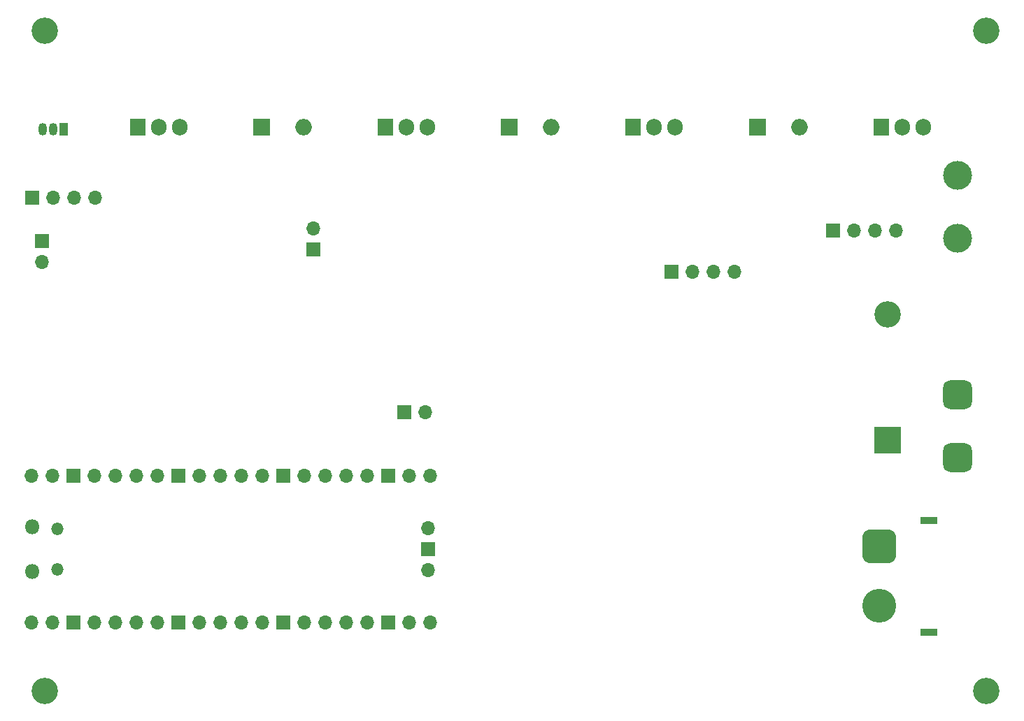
<source format=gbs>
%TF.GenerationSoftware,KiCad,Pcbnew,7.0.1*%
%TF.CreationDate,2023-04-21T09:18:26-07:00*%
%TF.ProjectId,lipo_drainer_schematic,6c69706f-5f64-4726-9169-6e65725f7363,rev?*%
%TF.SameCoordinates,Original*%
%TF.FileFunction,Soldermask,Bot*%
%TF.FilePolarity,Negative*%
%FSLAX46Y46*%
G04 Gerber Fmt 4.6, Leading zero omitted, Abs format (unit mm)*
G04 Created by KiCad (PCBNEW 7.0.1) date 2023-04-21 09:18:26*
%MOMM*%
%LPD*%
G01*
G04 APERTURE LIST*
G04 Aperture macros list*
%AMRoundRect*
0 Rectangle with rounded corners*
0 $1 Rounding radius*
0 $2 $3 $4 $5 $6 $7 $8 $9 X,Y pos of 4 corners*
0 Add a 4 corners polygon primitive as box body*
4,1,4,$2,$3,$4,$5,$6,$7,$8,$9,$2,$3,0*
0 Add four circle primitives for the rounded corners*
1,1,$1+$1,$2,$3*
1,1,$1+$1,$4,$5*
1,1,$1+$1,$6,$7*
1,1,$1+$1,$8,$9*
0 Add four rect primitives between the rounded corners*
20,1,$1+$1,$2,$3,$4,$5,0*
20,1,$1+$1,$4,$5,$6,$7,0*
20,1,$1+$1,$6,$7,$8,$9,0*
20,1,$1+$1,$8,$9,$2,$3,0*%
G04 Aperture macros list end*
%ADD10R,1.700000X1.700000*%
%ADD11O,1.700000X1.700000*%
%ADD12R,3.200000X3.200000*%
%ADD13O,3.200000X3.200000*%
%ADD14C,3.200000*%
%ADD15R,1.905000X2.000000*%
%ADD16O,1.905000X2.000000*%
%ADD17R,2.000000X2.000000*%
%ADD18O,2.000000X2.000000*%
%ADD19O,1.800000X1.800000*%
%ADD20O,1.500000X1.500000*%
%ADD21RoundRect,0.875000X0.875000X-0.875000X0.875000X0.875000X-0.875000X0.875000X-0.875000X-0.875000X0*%
%ADD22C,3.500000*%
%ADD23R,1.050000X1.500000*%
%ADD24O,1.050000X1.500000*%
%ADD25R,2.000000X0.900000*%
%ADD26RoundRect,1.025000X-1.025000X1.025000X-1.025000X-1.025000X1.025000X-1.025000X1.025000X1.025000X0*%
%ADD27C,4.100000*%
G04 APERTURE END LIST*
D10*
%TO.C,J3*%
X135500000Y-100250000D03*
D11*
X138040000Y-100250000D03*
%TD*%
D12*
%TO.C,D3*%
X194000000Y-103620000D03*
D13*
X194000000Y-88380000D03*
%TD*%
D14*
%TO.C,SEHOLE*%
X206000000Y-134000000D03*
%TD*%
D15*
%TO.C,Q7*%
X103250000Y-65750000D03*
D16*
X105790000Y-65750000D03*
X108330000Y-65750000D03*
%TD*%
D17*
%TO.C,R23*%
X148250000Y-65750000D03*
D18*
X153330000Y-65750000D03*
%TD*%
D10*
%TO.C,J2*%
X187450000Y-78225000D03*
D11*
X189990000Y-78225000D03*
X192530000Y-78225000D03*
X195070000Y-78225000D03*
%TD*%
D10*
%TO.C,J5*%
X124500000Y-80540000D03*
D11*
X124500000Y-78000000D03*
%TD*%
D14*
%TO.C,NWHOLE*%
X92000000Y-54000000D03*
%TD*%
D10*
%TO.C,J8*%
X90460000Y-74250000D03*
D11*
X93000000Y-74250000D03*
X95540000Y-74250000D03*
X98080000Y-74250000D03*
%TD*%
D14*
%TO.C,NEHOLE*%
X206000000Y-54000000D03*
%TD*%
D19*
%TO.C,U2*%
X90530000Y-119585000D03*
D20*
X93560000Y-119285000D03*
X93560000Y-114435000D03*
D19*
X90530000Y-114135000D03*
D11*
X90400000Y-125750000D03*
X92940000Y-125750000D03*
D10*
X95480000Y-125750000D03*
D11*
X98020000Y-125750000D03*
X100560000Y-125750000D03*
X103100000Y-125750000D03*
X105640000Y-125750000D03*
D10*
X108180000Y-125750000D03*
D11*
X110720000Y-125750000D03*
X113260000Y-125750000D03*
X115800000Y-125750000D03*
X118340000Y-125750000D03*
D10*
X120880000Y-125750000D03*
D11*
X123420000Y-125750000D03*
X125960000Y-125750000D03*
X128500000Y-125750000D03*
X131040000Y-125750000D03*
D10*
X133580000Y-125750000D03*
D11*
X136120000Y-125750000D03*
X138660000Y-125750000D03*
X138660000Y-107970000D03*
X136120000Y-107970000D03*
D10*
X133580000Y-107970000D03*
D11*
X131040000Y-107970000D03*
X128500000Y-107970000D03*
X125960000Y-107970000D03*
X123420000Y-107970000D03*
D10*
X120880000Y-107970000D03*
D11*
X118340000Y-107970000D03*
X115800000Y-107970000D03*
X113260000Y-107970000D03*
X110720000Y-107970000D03*
D10*
X108180000Y-107970000D03*
D11*
X105640000Y-107970000D03*
X103100000Y-107970000D03*
X100560000Y-107970000D03*
X98020000Y-107970000D03*
D10*
X95480000Y-107970000D03*
D11*
X92940000Y-107970000D03*
X90400000Y-107970000D03*
X138430000Y-119400000D03*
D10*
X138430000Y-116860000D03*
D11*
X138430000Y-114320000D03*
%TD*%
D10*
%TO.C,J4*%
X167880000Y-83250000D03*
D11*
X170420000Y-83250000D03*
X172960000Y-83250000D03*
X175500000Y-83250000D03*
%TD*%
D17*
%TO.C,R24*%
X178250000Y-65750000D03*
D18*
X183330000Y-65750000D03*
%TD*%
D21*
%TO.C,F1*%
X202500000Y-105750000D03*
X202500000Y-98130000D03*
D22*
X202500000Y-79160000D03*
X202500000Y-71540000D03*
%TD*%
D23*
%TO.C,J7*%
X94270000Y-66000000D03*
D24*
X93000000Y-66000000D03*
X91730000Y-66000000D03*
%TD*%
D15*
%TO.C,Q11*%
X163250000Y-65750000D03*
D16*
X165790000Y-65750000D03*
X168330000Y-65750000D03*
%TD*%
D25*
%TO.C,J1*%
X199000000Y-113400000D03*
X199000000Y-126900000D03*
D26*
X193000000Y-116550000D03*
D27*
X193000000Y-123750000D03*
%TD*%
D17*
%TO.C,R22*%
X118250000Y-65750000D03*
D18*
X123330000Y-65750000D03*
%TD*%
D15*
%TO.C,Q8*%
X133250000Y-65750000D03*
D16*
X135790000Y-65750000D03*
X138330000Y-65750000D03*
%TD*%
D15*
%TO.C,Q10*%
X193250000Y-65750000D03*
D16*
X195790000Y-65750000D03*
X198330000Y-65750000D03*
%TD*%
D14*
%TO.C,SWHOLE*%
X92000000Y-134000000D03*
%TD*%
D10*
%TO.C,J6*%
X91650000Y-79500000D03*
D11*
X91650000Y-82040000D03*
%TD*%
M02*

</source>
